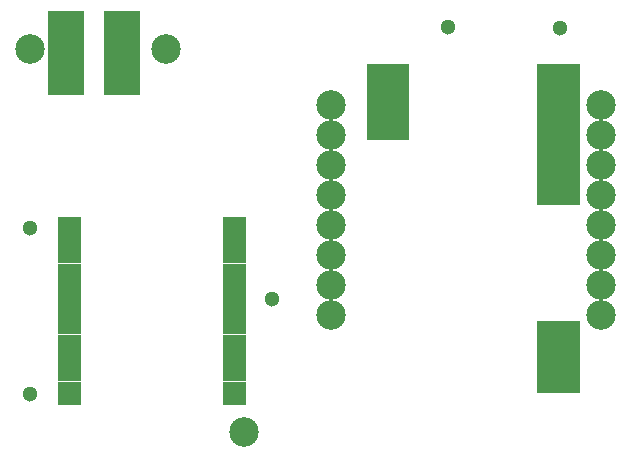
<source format=gbr>
%FSLAX34Y34*%
%MOMM*%
%LNSOLDERMASK_BOTTOM*%
G71*
G01*
%ADD10C,1.300*%
%ADD11R,3.100X7.100*%
%ADD12C,2.500*%
%ADD13C,2.400*%
%LPD*%
G36*
X408641Y309306D02*
X444641Y309306D01*
X444641Y273306D01*
X408641Y273306D01*
X408641Y309306D01*
G37*
G36*
X553103Y309306D02*
X589103Y309306D01*
X589103Y273306D01*
X553103Y273306D01*
X553103Y309306D01*
G37*
G36*
X553103Y94994D02*
X589103Y94994D01*
X589103Y58994D01*
X553103Y58994D01*
X553103Y94994D01*
G37*
G36*
X408641Y337881D02*
X444641Y337881D01*
X444641Y301881D01*
X408641Y301881D01*
X408641Y337881D01*
G37*
G36*
X553103Y337881D02*
X589103Y337881D01*
X589103Y301881D01*
X553103Y301881D01*
X553103Y337881D01*
G37*
X572294Y367903D02*
G54D10*
D03*
X477838Y368697D02*
G54D10*
D03*
G36*
X553103Y120394D02*
X589103Y120394D01*
X589103Y84394D01*
X553103Y84394D01*
X553103Y120394D01*
G37*
G36*
X553103Y280334D02*
X589103Y280334D01*
X589103Y244334D01*
X553103Y244334D01*
X553103Y280334D01*
G37*
G36*
X553103Y254141D02*
X589103Y254141D01*
X589103Y218141D01*
X553103Y218141D01*
X553103Y254141D01*
G37*
X201216Y346869D02*
G54D11*
D03*
X153988Y346869D02*
G54D11*
D03*
X238522Y350441D02*
G54D12*
D03*
G36*
X306817Y188922D02*
X287317Y188922D01*
X287317Y208422D01*
X306817Y208422D01*
X306817Y188922D01*
G37*
G36*
X306817Y168922D02*
X287317Y168922D01*
X287317Y188422D01*
X306817Y188422D01*
X306817Y168922D01*
G37*
G36*
X306817Y148922D02*
X287317Y148922D01*
X287317Y168422D01*
X306817Y168422D01*
X306817Y148922D01*
G37*
G36*
X306817Y128922D02*
X287317Y128922D01*
X287317Y148422D01*
X306817Y148422D01*
X306817Y128922D01*
G37*
G36*
X306817Y108922D02*
X287317Y108922D01*
X287317Y128422D01*
X306817Y128422D01*
X306817Y108922D01*
G37*
G36*
X306817Y88922D02*
X287317Y88922D01*
X287317Y108422D01*
X306817Y108422D01*
X306817Y88922D01*
G37*
G36*
X306817Y68922D02*
X287317Y68922D01*
X287317Y88422D01*
X306817Y88422D01*
X306817Y68922D01*
G37*
G36*
X306817Y48922D02*
X287317Y48922D01*
X287317Y68422D01*
X306817Y68422D01*
X306817Y48922D01*
G37*
G36*
X166827Y188922D02*
X147327Y188922D01*
X147327Y208422D01*
X166827Y208422D01*
X166827Y188922D01*
G37*
G36*
X166827Y168922D02*
X147327Y168922D01*
X147327Y188422D01*
X166827Y188422D01*
X166827Y168922D01*
G37*
G36*
X166827Y148922D02*
X147327Y148922D01*
X147327Y168422D01*
X166827Y168422D01*
X166827Y148922D01*
G37*
G36*
X166827Y128922D02*
X147327Y128922D01*
X147327Y148422D01*
X166827Y148422D01*
X166827Y128922D01*
G37*
G36*
X166827Y108922D02*
X147327Y108922D01*
X147327Y128422D01*
X166827Y128422D01*
X166827Y108922D01*
G37*
G36*
X166827Y88922D02*
X147327Y88922D01*
X147327Y108422D01*
X166827Y108422D01*
X166827Y88922D01*
G37*
G36*
X166827Y68922D02*
X147327Y68922D01*
X147327Y88422D01*
X166827Y88422D01*
X166827Y68922D01*
G37*
G36*
X166827Y48922D02*
X147327Y48922D01*
X147327Y68422D01*
X166827Y68422D01*
X166827Y48922D01*
G37*
X378619Y302816D02*
G54D13*
D03*
X378619Y277416D02*
G54D13*
D03*
X378619Y252016D02*
G54D13*
D03*
X378619Y226616D02*
G54D13*
D03*
X378619Y201216D02*
G54D13*
D03*
X378619Y175816D02*
G54D13*
D03*
X378619Y150416D02*
G54D13*
D03*
X378619Y125016D02*
G54D13*
D03*
X607219Y302816D02*
G54D13*
D03*
X607219Y277416D02*
G54D13*
D03*
X607219Y252016D02*
G54D13*
D03*
X607219Y226616D02*
G54D13*
D03*
X607219Y201216D02*
G54D13*
D03*
X607219Y175816D02*
G54D13*
D03*
X607219Y150416D02*
G54D13*
D03*
X607219Y125016D02*
G54D13*
D03*
X378619Y302816D02*
G54D12*
D03*
X378619Y277416D02*
G54D12*
D03*
X378619Y252016D02*
G54D12*
D03*
X378619Y226616D02*
G54D12*
D03*
X378619Y201216D02*
G54D12*
D03*
X378619Y175816D02*
G54D12*
D03*
X378619Y150416D02*
G54D12*
D03*
X378619Y125016D02*
G54D12*
D03*
X607219Y302816D02*
G54D12*
D03*
X607219Y277416D02*
G54D12*
D03*
X607219Y252016D02*
G54D12*
D03*
X607219Y226616D02*
G54D12*
D03*
X607219Y201216D02*
G54D12*
D03*
X607219Y175816D02*
G54D12*
D03*
X607219Y150416D02*
G54D12*
D03*
X607219Y125016D02*
G54D12*
D03*
X304403Y25797D02*
G54D12*
D03*
X328216Y138509D02*
G54D10*
D03*
X123342Y198672D02*
G54D10*
D03*
X123342Y58672D02*
G54D10*
D03*
X123428Y350441D02*
G54D12*
D03*
M02*

</source>
